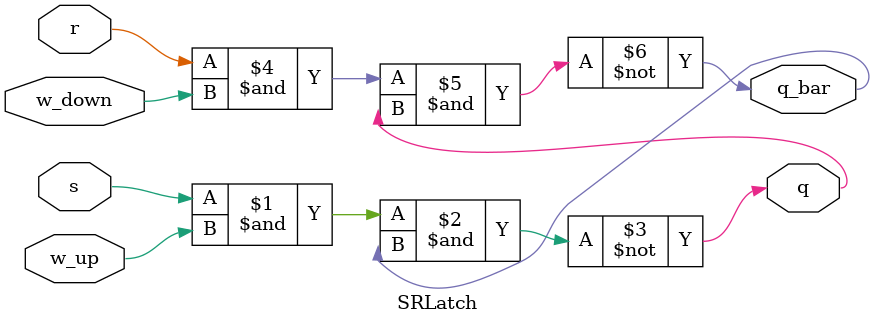
<source format=sv>
`timescale 1ns/1ns
module SRLatch(input s, r, w_up, w_down, output q, q_bar);
	nand #12 (q, s, w_up, q_bar);
	nand #12 (q_bar, r, w_down, q);
endmodule
</source>
